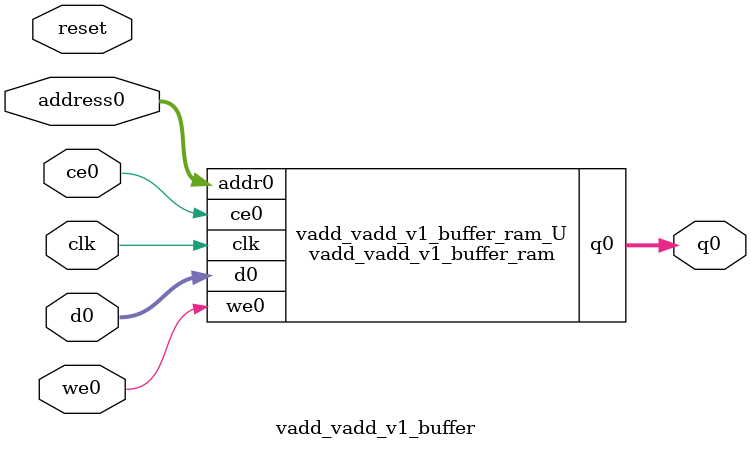
<source format=v>
`timescale 1 ns / 1 ps
module vadd_vadd_v1_buffer_ram (addr0, ce0, d0, we0, q0,  clk);

parameter DWIDTH = 32;
parameter AWIDTH = 10;
parameter MEM_SIZE = 1024;

input[AWIDTH-1:0] addr0;
input ce0;
input[DWIDTH-1:0] d0;
input we0;
output reg[DWIDTH-1:0] q0;
input clk;

(* ram_style = "block" *)reg [DWIDTH-1:0] ram[0:MEM_SIZE-1];




always @(posedge clk)  
begin 
    if (ce0) 
    begin
        if (we0) 
        begin 
            ram[addr0] <= d0; 
        end 
        q0 <= ram[addr0];
    end
end


endmodule

`timescale 1 ns / 1 ps
module vadd_vadd_v1_buffer(
    reset,
    clk,
    address0,
    ce0,
    we0,
    d0,
    q0);

parameter DataWidth = 32'd32;
parameter AddressRange = 32'd1024;
parameter AddressWidth = 32'd10;
input reset;
input clk;
input[AddressWidth - 1:0] address0;
input ce0;
input we0;
input[DataWidth - 1:0] d0;
output[DataWidth - 1:0] q0;



vadd_vadd_v1_buffer_ram vadd_vadd_v1_buffer_ram_U(
    .clk( clk ),
    .addr0( address0 ),
    .ce0( ce0 ),
    .we0( we0 ),
    .d0( d0 ),
    .q0( q0 ));

endmodule


</source>
